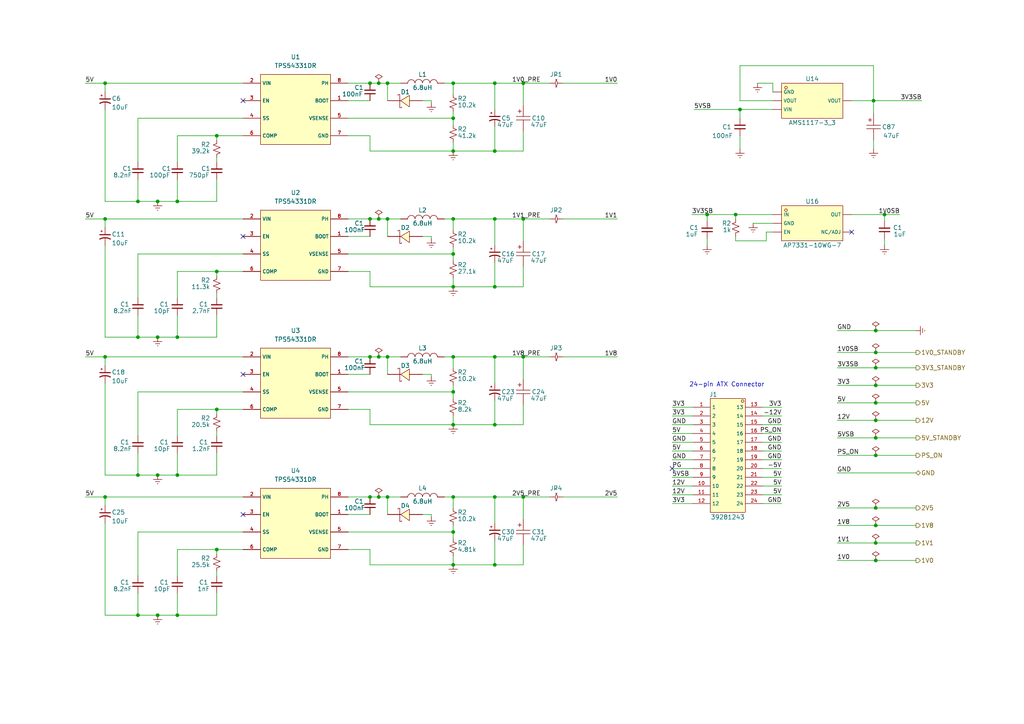
<source format=kicad_sch>
(kicad_sch (version 20230121) (generator eeschema)
  (paper "A4")
  (lib_symbols
    (symbol "24_Pin_Connector_Vertical:39281243"
      (property "Reference" "J" (at -4.826 14.224 0))
      (property "Value" "39281243" (at -0.254 -21.717 0))
      (symbol "39281243_0_1"
        (pin unspecified line (at 9.906 10.287 180) (length 5.08) (name "1") (number "1"))
        (pin unspecified line (at 9.906 -12.573 180) (length 5.08) (name "10") (number "10"))
        (pin unspecified line (at 9.906 -15.113 180) (length 5.08) (name "11") (number "11"))
        (pin unspecified line (at 9.906 -17.653 180) (length 5.08) (name "12") (number "12"))
        (pin unspecified line (at -10.414 10.287 0) (length 5.08) (name "13") (number "13"))
        (pin unspecified line (at -10.414 7.747 0) (length 5.08) (name "14") (number "14"))
        (pin unspecified line (at -10.414 5.207 0) (length 5.08) (name "15") (number "15"))
        (pin unspecified line (at -10.414 2.667 0) (length 5.08) (name "16") (number "16"))
        (pin unspecified line (at -10.414 0.127 0) (length 5.08) (name "17") (number "17"))
        (pin unspecified line (at -10.414 -2.413 0) (length 5.08) (name "18") (number "18"))
        (pin unspecified line (at -10.414 -4.953 0) (length 5.08) (name "19") (number "19"))
        (pin unspecified line (at 9.906 7.747 180) (length 5.08) (name "2") (number "2"))
        (pin unspecified line (at -10.414 -7.493 0) (length 5.08) (name "20") (number "20"))
        (pin unspecified line (at -10.414 -10.033 0) (length 5.08) (name "21") (number "21"))
        (pin unspecified line (at -10.414 -12.573 0) (length 5.08) (name "22") (number "22"))
        (pin unspecified line (at -10.414 -15.113 0) (length 5.08) (name "23") (number "23"))
        (pin unspecified line (at -10.414 -17.653 0) (length 5.08) (name "24") (number "24"))
        (pin unspecified line (at 9.906 5.207 180) (length 5.08) (name "3") (number "3"))
        (pin unspecified line (at 9.906 2.667 180) (length 5.08) (name "4") (number "4"))
        (pin unspecified line (at 9.906 0.127 180) (length 5.08) (name "5") (number "5"))
        (pin unspecified line (at 9.906 -2.413 180) (length 5.08) (name "6") (number "6"))
        (pin unspecified line (at 9.906 -4.953 180) (length 5.08) (name "7") (number "7"))
        (pin unspecified line (at 9.906 -7.493 180) (length 5.08) (name "8") (number "8"))
        (pin unspecified line (at 9.906 -10.033 180) (length 5.08) (name "9") (number "9"))
      )
    )
    (symbol "AMS1117-3.3:AMS1117-3_3" (pin_numbers hide)
      (property "Reference" "U" (at 0 6.35 0))
      (property "Value" "AMS1117-3_3" (at 0 -6.35 0))
      (symbol "AMS1117-3_3_0_1"
        (pin unspecified line (at -11.43 2.54 0) (length 2.54) (name "GND") (number "1"))
        (pin unspecified line (at -11.43 0 0) (length 2.54) (name "VOUT") (number "2"))
        (pin unspecified line (at -11.43 -2.54 0) (length 2.54) (name "VIN") (number "3"))
        (pin unspecified line (at 11.43 0 180) (length 2.54) (name "VOUT") (number "4"))
      )
    )
    (symbol "AP7331-10WG:AP7331-10WG-7" (pin_numbers hide)
      (property "Reference" "U" (at 0 6.35 0))
      (property "Value" "AP7331-10WG-7" (at 0 -6.35 0))
      (symbol "AP7331-10WG-7_0_1"
        (pin unspecified line (at -11.43 2.54 0) (length 2.54) (name "IN") (number "1"))
        (pin unspecified line (at -11.43 0 0) (length 2.54) (name "GND") (number "2"))
        (pin unspecified line (at -11.43 -2.54 0) (length 2.54) (name "EN") (number "3"))
        (pin unspecified line (at 11.43 -2.54 180) (length 2.54) (name "NC/ADJ") (number "4"))
        (pin unspecified line (at 11.43 2.54 180) (length 2.54) (name "OUT") (number "5"))
      )
    )
    (symbol "B540C-13-F:B540C-13-F" (pin_numbers hide) (pin_names hide)
      (property "Reference" "D" (at 0 2.921 0))
      (property "Value" "B540C-13-F" (at 0.762 -3.302 0))
      (symbol "B540C-13-F_0_1"
        (pin unspecified line (at -5.08 0 0) (length 3.81) (name "K") (number "1"))
        (pin unspecified line (at 5.08 0 180) (length 3.81) (name "A") (number "2"))
      )
    )
    (symbol "CAP_L6:35CE47AX" (pin_numbers hide) (pin_names hide)
      (property "Reference" "C" (at -3.302 -0.254 0))
      (property "Value" "35CE47AX" (at 0.762 -11.176 0))
      (symbol "35CE47AX_1_1"
        (pin passive line (at 0 2.54 270) (length 2.032) (name "~") (number "1"))
        (pin passive line (at 0 -2.54 90) (length 2.032) (name "~") (number "2"))
      )
    )
    (symbol "CAP_TANTAL_A:CA45-A-6_3V-47UF-K" (pin_numbers hide) (pin_names hide)
      (property "Reference" "C" (at 0 3.556 0))
      (property "Value" "CA45-A-6_3V-47UF-K" (at 1.016 -9.144 0))
      (symbol "CA45-A-6_3V-47UF-K_0_1"
        (pin input line (at 3.81 0 180) (length 2.54) (name "1") (number "1"))
        (pin input line (at -3.81 0 0) (length 2.54) (name "2") (number "2"))
      )
    )
    (symbol "Choke:SLO0650H6R8MTT" (pin_numbers hide) (pin_names hide)
      (property "Reference" "L" (at 0 1.27 0))
      (property "Value" "SLO0650H6R8MTT" (at 0 -2.54 0))
      (symbol "SLO0650H6R8MTT_1_1"
        (pin unspecified line (at -6.35 0 0) (length 2.032) (name "1") (number "1"))
        (pin unspecified line (at 6.35 0 180) (length 2.032) (name "2") (number "2"))
      )
    )
    (symbol "CustomJumper:CustomJumper" (pin_numbers hide) (pin_names hide)
      (property "Reference" "JP" (at 0 0 0))
      (symbol "CustomJumper_1_1"
        (pin passive line (at -1.905 -2.286 0) (length 1.016) (name "~") (number "1"))
        (pin passive line (at 2.032 -2.286 180) (length 1.016) (name "~") (number "2"))
      )
    )
    (symbol "Device:C_Small" (pin_numbers hide) (pin_names (offset 0.254) hide)
      (property "Reference" "C" (at 0.254 1.778 0))
      (property "Value" "C_Small" (at 0.254 -2.032 0))
      (symbol "C_Small_1_1"
        (pin passive line (at 0 2.54 270) (length 2.032) (name "~") (number "1"))
        (pin passive line (at 0 -2.54 90) (length 2.032) (name "~") (number "2"))
      )
    )
    (symbol "Device:R_Small_US" (pin_numbers hide) (pin_names (offset 0.254) hide)
      (property "Reference" "R" (at 0.762 0.508 0))
      (property "Value" "R_Small_US" (at 0.762 -1.016 0))
      (symbol "R_Small_US_1_1"
        (pin passive line (at 0 2.54 270) (length 1.016) (name "~") (number "1"))
        (pin passive line (at 0 -2.54 90) (length 1.016) (name "~") (number "2"))
      )
    )
    (symbol "TPS54331DR:TPS54331DR"
      (property "Reference" "U" (at 0 1.27 0))
      (property "Value" "TPS54331DR" (at 0 -2.54 0))
      (symbol "TPS54331DR_0_1"
        (pin unspecified line (at 15.24 2.54 180) (length 5.08) (name "BOOT") (number "1"))
        (pin power_in line (at -15.24 7.62 0) (length 5.08) (name "VIN") (number "2"))
        (pin unspecified line (at -15.24 2.54 0) (length 5.08) (name "EN") (number "3"))
        (pin unspecified line (at -15.24 -2.54 0) (length 5.08) (name "SS") (number "4"))
        (pin unspecified line (at 15.24 -2.54 180) (length 5.08) (name "VSENSE") (number "5"))
        (pin unspecified line (at -15.24 -7.62 0) (length 5.08) (name "COMP") (number "6"))
        (pin power_in line (at 15.24 -7.62 180) (length 5.08) (name "GND") (number "7"))
        (pin power_in line (at 15.24 7.62 180) (length 5.08) (name "PH") (number "8"))
      )
    )
    (symbol "power:GNDREF" (power) (pin_names (offset 0))
      (property "Value" "GNDREF" (at 0 -3.81 0))
      (symbol "GNDREF_1_1"
        (pin power_in line (at 0 0 270) (length 0) hide (name "GNDREF") (number "1"))
      )
    )
    (symbol "power:PWR_FLAG" (power) (pin_numbers hide) (pin_names (offset 0) hide)
      (property "Value" "PWR_FLAG" (at 0 3.81 0))
      (symbol "PWR_FLAG_0_0"
        (pin power_out line (at 0 0 90) (length 0) (name "pwr") (number "1"))
      )
    )
  )
  (junction (at 109.855 103.505))
  (junction (at 51.435 58.42))
  (junction (at 253.365 29.21))
  (junction (at 40.005 58.42))
  (junction (at 254 152.4))
  (junction (at 112.395 103.505))
  (junction (at 254 116.84))
  (junction (at 131.445 123.19))
  (junction (at 131.445 43.815))
  (junction (at 131.445 73.66))
  (junction (at 205.105 62.23))
  (junction (at 143.51 144.145))
  (junction (at 151.765 103.505))
  (junction (at 131.445 103.505))
  (junction (at 40.005 137.795))
  (junction (at 254 147.32))
  (junction (at 45.72 58.42))
  (junction (at 107.315 63.5))
  (junction (at 40.005 97.79))
  (junction (at 30.48 24.13))
  (junction (at 62.865 159.385))
  (junction (at 45.72 137.795))
  (junction (at 30.48 63.5))
  (junction (at 254 95.885))
  (junction (at 51.435 178.435))
  (junction (at 143.51 163.83))
  (junction (at 30.48 103.505))
  (junction (at 151.765 144.145))
  (junction (at 45.72 178.435))
  (junction (at 30.48 144.145))
  (junction (at 131.445 24.13))
  (junction (at 131.445 63.5))
  (junction (at 112.395 144.145))
  (junction (at 143.51 83.185))
  (junction (at 109.855 144.145))
  (junction (at 131.445 113.665))
  (junction (at 107.315 144.145))
  (junction (at 109.855 63.5))
  (junction (at 62.865 118.745))
  (junction (at 131.445 34.29))
  (junction (at 143.51 103.505))
  (junction (at 107.315 103.505))
  (junction (at 107.315 24.13))
  (junction (at 254 157.48))
  (junction (at 143.51 24.13))
  (junction (at 254 102.235))
  (junction (at 254 121.92))
  (junction (at 112.395 63.5))
  (junction (at 109.855 24.13))
  (junction (at 143.51 63.5))
  (junction (at 151.765 63.5))
  (junction (at 254 106.68))
  (junction (at 254 111.76))
  (junction (at 214.63 31.75))
  (junction (at 62.865 39.37))
  (junction (at 40.005 178.435))
  (junction (at 51.435 137.795))
  (junction (at 143.51 123.19))
  (junction (at 131.445 163.83))
  (junction (at 62.865 78.74))
  (junction (at 254 127))
  (junction (at 131.445 83.185))
  (junction (at 143.51 43.815))
  (junction (at 151.765 24.13))
  (junction (at 256.54 62.23))
  (junction (at 213.36 62.23))
  (junction (at 131.445 154.305))
  (junction (at 112.395 24.13))
  (junction (at 254 132.08))
  (junction (at 131.445 144.145))
  (junction (at 254 162.56))
  (junction (at 51.435 97.79))
  (junction (at 45.72 97.79))
  (no_connect (at 70.485 29.21))
  (no_connect (at 194.945 135.89))
  (no_connect (at 247.015 67.31))
  (no_connect (at 70.485 68.58))
  (no_connect (at 70.485 108.585))
  (no_connect (at 70.485 149.225))
  (wire (pts (xy 194.945 138.43) (xy 200.914 138.43)))
  (wire (pts (xy 51.435 58.42) (xy 51.435 52.07)))
  (wire (pts (xy 112.395 144.145) (xy 116.205 144.145)))
  (wire (pts (xy 143.51 63.5) (xy 143.51 71.12)))
  (wire (pts (xy 194.945 143.51) (xy 200.914 143.51)))
  (wire (pts (xy 62.865 160.655) (xy 62.865 159.385)))
  (wire (pts (xy 100.965 63.5) (xy 107.315 63.5)))
  (wire (pts (xy 253.365 29.21) (xy 253.365 33.02)))
  (wire (pts (xy 24.765 103.505) (xy 30.48 103.505)))
  (wire (pts (xy 226.695 133.35) (xy 221.234 133.35)))
  (wire (pts (xy 131.445 161.29) (xy 131.445 163.83)))
  (wire (pts (xy 109.855 103.505) (xy 112.395 103.505)))
  (wire (pts (xy 30.48 24.13) (xy 30.48 26.67)))
  (wire (pts (xy 194.945 135.89) (xy 200.914 135.89)))
  (wire (pts (xy 131.445 24.13) (xy 131.445 27.305)))
  (wire (pts (xy 226.695 140.97) (xy 221.234 140.97)))
  (wire (pts (xy 226.695 123.19) (xy 221.234 123.19)))
  (wire (pts (xy 131.445 43.815) (xy 143.51 43.815)))
  (wire (pts (xy 51.435 78.74) (xy 62.865 78.74)))
  (wire (pts (xy 125.095 149.225) (xy 125.095 149.86)))
  (wire (pts (xy 131.445 144.145) (xy 143.51 144.145)))
  (wire (pts (xy 45.72 178.435) (xy 51.435 178.435)))
  (wire (pts (xy 62.865 120.015) (xy 62.865 118.745)))
  (wire (pts (xy 30.48 137.795) (xy 40.005 137.795)))
  (wire (pts (xy 254 106.68) (xy 265.684 106.68)))
  (wire (pts (xy 100.965 149.225) (xy 107.315 149.225)))
  (wire (pts (xy 107.315 163.83) (xy 107.315 159.385)))
  (wire (pts (xy 214.63 29.21) (xy 224.155 29.21)))
  (wire (pts (xy 107.315 83.185) (xy 131.445 83.185)))
  (wire (pts (xy 40.005 52.07) (xy 40.005 58.42)))
  (wire (pts (xy 40.005 91.44) (xy 40.005 97.79)))
  (wire (pts (xy 107.315 43.815) (xy 107.315 39.37)))
  (wire (pts (xy 70.485 113.665) (xy 40.005 113.665)))
  (wire (pts (xy 143.51 163.83) (xy 151.765 163.83)))
  (wire (pts (xy 62.865 159.385) (xy 70.485 159.385)))
  (wire (pts (xy 51.435 137.795) (xy 62.865 137.795)))
  (wire (pts (xy 222.25 67.31) (xy 222.25 69.85)))
  (wire (pts (xy 214.63 39.37) (xy 214.63 43.18)))
  (wire (pts (xy 143.51 156.845) (xy 143.51 163.83)))
  (wire (pts (xy 201.295 31.75) (xy 214.63 31.75)))
  (wire (pts (xy 213.36 62.23) (xy 224.155 62.23)))
  (wire (pts (xy 30.48 71.12) (xy 30.48 97.79)))
  (wire (pts (xy 40.005 172.085) (xy 40.005 178.435)))
  (wire (pts (xy 24.765 144.145) (xy 30.48 144.145)))
  (wire (pts (xy 30.48 31.75) (xy 30.48 58.42)))
  (wire (pts (xy 131.445 71.755) (xy 131.445 73.66)))
  (wire (pts (xy 143.51 24.13) (xy 151.765 24.13)))
  (wire (pts (xy 45.72 97.79) (xy 51.435 97.79)))
  (wire (pts (xy 131.445 32.385) (xy 131.445 34.29)))
  (wire (pts (xy 30.48 24.13) (xy 70.485 24.13)))
  (wire (pts (xy 247.015 62.23) (xy 256.54 62.23)))
  (wire (pts (xy 131.445 63.5) (xy 131.445 66.675)))
  (wire (pts (xy 254 102.235) (xy 265.684 102.235)))
  (wire (pts (xy 242.824 106.68) (xy 254 106.68)))
  (wire (pts (xy 254 162.56) (xy 265.684 162.56)))
  (wire (pts (xy 30.48 63.5) (xy 70.485 63.5)))
  (wire (pts (xy 107.315 43.815) (xy 131.445 43.815)))
  (wire (pts (xy 131.445 123.19) (xy 143.51 123.19)))
  (wire (pts (xy 100.965 154.305) (xy 131.445 154.305)))
  (wire (pts (xy 62.865 86.36) (xy 62.865 85.09)))
  (wire (pts (xy 131.445 41.275) (xy 131.445 43.815)))
  (wire (pts (xy 107.315 83.185) (xy 107.315 78.74)))
  (wire (pts (xy 254 132.08) (xy 265.684 132.08)))
  (wire (pts (xy 242.824 127) (xy 254 127)))
  (wire (pts (xy 194.945 128.27) (xy 200.914 128.27)))
  (wire (pts (xy 163.322 63.5) (xy 179.07 63.5)))
  (wire (pts (xy 125.095 29.21) (xy 125.095 29.845)))
  (wire (pts (xy 194.945 125.73) (xy 200.914 125.73)))
  (wire (pts (xy 112.395 63.5) (xy 112.395 68.58)))
  (wire (pts (xy 30.48 144.145) (xy 30.48 146.685)))
  (wire (pts (xy 143.51 83.185) (xy 151.765 83.185)))
  (wire (pts (xy 242.824 116.84) (xy 254 116.84)))
  (wire (pts (xy 254 121.92) (xy 265.684 121.92)))
  (wire (pts (xy 62.865 39.37) (xy 70.485 39.37)))
  (wire (pts (xy 107.315 123.19) (xy 107.315 118.745)))
  (wire (pts (xy 151.765 77.47) (xy 151.765 83.185)))
  (wire (pts (xy 194.945 133.35) (xy 200.914 133.35)))
  (wire (pts (xy 224.155 31.75) (xy 214.63 31.75)))
  (wire (pts (xy 151.765 63.5) (xy 159.385 63.5)))
  (wire (pts (xy 100.965 68.58) (xy 107.315 68.58)))
  (wire (pts (xy 242.824 121.92) (xy 254 121.92)))
  (wire (pts (xy 100.965 34.29) (xy 131.445 34.29)))
  (wire (pts (xy 194.945 118.11) (xy 200.914 118.11)))
  (wire (pts (xy 125.095 108.585) (xy 125.095 109.22)))
  (wire (pts (xy 62.865 178.435) (xy 62.865 172.085)))
  (wire (pts (xy 51.435 46.99) (xy 51.435 39.37)))
  (wire (pts (xy 51.435 178.435) (xy 51.435 172.085)))
  (wire (pts (xy 205.105 62.23) (xy 213.36 62.23)))
  (wire (pts (xy 51.435 159.385) (xy 62.865 159.385)))
  (wire (pts (xy 24.765 63.5) (xy 30.48 63.5)))
  (wire (pts (xy 45.72 58.42) (xy 51.435 58.42)))
  (wire (pts (xy 143.51 43.815) (xy 151.765 43.815)))
  (wire (pts (xy 40.005 34.29) (xy 40.005 46.99)))
  (wire (pts (xy 128.905 63.5) (xy 131.445 63.5)))
  (wire (pts (xy 62.865 126.365) (xy 62.865 125.095)))
  (wire (pts (xy 224.155 26.67) (xy 224.155 24.13)))
  (wire (pts (xy 254 111.76) (xy 265.684 111.76)))
  (wire (pts (xy 107.315 118.745) (xy 100.965 118.745)))
  (wire (pts (xy 30.48 111.125) (xy 30.48 137.795)))
  (wire (pts (xy 131.445 152.4) (xy 131.445 154.305)))
  (wire (pts (xy 30.48 97.79) (xy 40.005 97.79)))
  (wire (pts (xy 226.695 120.65) (xy 221.234 120.65)))
  (wire (pts (xy 30.48 63.5) (xy 30.48 66.04)))
  (wire (pts (xy 40.005 73.66) (xy 40.005 86.36)))
  (wire (pts (xy 128.905 103.505) (xy 131.445 103.505)))
  (wire (pts (xy 109.855 24.13) (xy 112.395 24.13)))
  (wire (pts (xy 254 147.32) (xy 265.684 147.32)))
  (wire (pts (xy 30.48 58.42) (xy 40.005 58.42)))
  (wire (pts (xy 254 127) (xy 265.684 127)))
  (wire (pts (xy 40.005 58.42) (xy 45.72 58.42)))
  (wire (pts (xy 122.555 68.58) (xy 125.095 68.58)))
  (wire (pts (xy 62.865 58.42) (xy 62.865 52.07)))
  (wire (pts (xy 143.51 103.505) (xy 143.51 111.125)))
  (wire (pts (xy 151.765 63.5) (xy 151.765 69.85)))
  (wire (pts (xy 100.965 108.585) (xy 107.315 108.585)))
  (wire (pts (xy 62.865 118.745) (xy 70.485 118.745)))
  (wire (pts (xy 253.365 40.64) (xy 253.365 43.18)))
  (wire (pts (xy 151.765 24.13) (xy 151.765 30.48)))
  (wire (pts (xy 62.865 78.74) (xy 70.485 78.74)))
  (wire (pts (xy 100.965 29.21) (xy 107.315 29.21)))
  (wire (pts (xy 62.865 46.99) (xy 62.865 45.72)))
  (wire (pts (xy 125.095 68.58) (xy 125.095 69.215)))
  (wire (pts (xy 242.824 111.76) (xy 254 111.76)))
  (wire (pts (xy 131.445 34.29) (xy 131.445 36.195)))
  (wire (pts (xy 62.865 167.005) (xy 62.865 165.735)))
  (wire (pts (xy 143.51 76.2) (xy 143.51 83.185)))
  (wire (pts (xy 30.48 151.765) (xy 30.48 178.435)))
  (wire (pts (xy 194.945 120.65) (xy 200.914 120.65)))
  (wire (pts (xy 163.322 103.505) (xy 179.07 103.505)))
  (wire (pts (xy 51.435 137.795) (xy 51.435 131.445)))
  (wire (pts (xy 100.965 73.66) (xy 131.445 73.66)))
  (wire (pts (xy 163.322 144.145) (xy 179.07 144.145)))
  (wire (pts (xy 131.445 83.185) (xy 143.51 83.185)))
  (wire (pts (xy 122.555 29.21) (xy 125.095 29.21)))
  (wire (pts (xy 151.765 38.1) (xy 151.765 43.815)))
  (wire (pts (xy 107.315 63.5) (xy 109.855 63.5)))
  (wire (pts (xy 205.105 69.215) (xy 205.105 71.12)))
  (wire (pts (xy 131.445 24.13) (xy 143.51 24.13)))
  (wire (pts (xy 51.435 39.37) (xy 62.865 39.37)))
  (wire (pts (xy 151.765 144.145) (xy 159.385 144.145)))
  (wire (pts (xy 242.824 157.48) (xy 254 157.48)))
  (wire (pts (xy 242.824 162.56) (xy 254 162.56)))
  (wire (pts (xy 242.824 137.16) (xy 265.684 137.16)))
  (wire (pts (xy 107.315 159.385) (xy 100.965 159.385)))
  (wire (pts (xy 194.945 123.19) (xy 200.914 123.19)))
  (wire (pts (xy 247.015 29.21) (xy 253.365 29.21)))
  (wire (pts (xy 112.395 103.505) (xy 116.205 103.505)))
  (wire (pts (xy 62.865 137.795) (xy 62.865 131.445)))
  (wire (pts (xy 242.824 102.235) (xy 254 102.235)))
  (wire (pts (xy 45.72 137.795) (xy 51.435 137.795)))
  (wire (pts (xy 151.765 103.505) (xy 151.765 109.855)))
  (wire (pts (xy 51.435 97.79) (xy 51.435 91.44)))
  (wire (pts (xy 100.965 103.505) (xy 107.315 103.505)))
  (wire (pts (xy 253.365 29.21) (xy 253.365 19.05)))
  (wire (pts (xy 151.765 103.505) (xy 159.385 103.505)))
  (wire (pts (xy 40.005 113.665) (xy 40.005 126.365)))
  (wire (pts (xy 143.51 116.205) (xy 143.51 123.19)))
  (wire (pts (xy 109.855 144.145) (xy 112.395 144.145)))
  (wire (pts (xy 200.66 62.23) (xy 205.105 62.23)))
  (wire (pts (xy 62.865 80.01) (xy 62.865 78.74)))
  (wire (pts (xy 131.445 120.65) (xy 131.445 123.19)))
  (wire (pts (xy 151.765 158.115) (xy 151.765 163.83)))
  (wire (pts (xy 107.315 103.505) (xy 109.855 103.505)))
  (wire (pts (xy 40.005 131.445) (xy 40.005 137.795)))
  (wire (pts (xy 122.555 108.585) (xy 125.095 108.585)))
  (wire (pts (xy 226.695 128.27) (xy 221.234 128.27)))
  (wire (pts (xy 143.51 123.19) (xy 151.765 123.19)))
  (wire (pts (xy 131.445 80.645) (xy 131.445 83.185)))
  (wire (pts (xy 107.315 163.83) (xy 131.445 163.83)))
  (wire (pts (xy 226.695 130.81) (xy 221.234 130.81)))
  (wire (pts (xy 131.445 111.76) (xy 131.445 113.665)))
  (wire (pts (xy 112.395 103.505) (xy 112.395 108.585)))
  (wire (pts (xy 51.435 97.79) (xy 62.865 97.79)))
  (wire (pts (xy 219.71 24.13) (xy 224.155 24.13)))
  (wire (pts (xy 151.765 117.475) (xy 151.765 123.19)))
  (wire (pts (xy 143.51 36.83) (xy 143.51 43.815)))
  (wire (pts (xy 256.54 62.23) (xy 256.54 64.135)))
  (wire (pts (xy 253.365 29.21) (xy 267.335 29.21)))
  (wire (pts (xy 226.695 118.11) (xy 221.234 118.11)))
  (wire (pts (xy 254 116.84) (xy 265.684 116.84)))
  (wire (pts (xy 194.945 140.97) (xy 200.914 140.97)))
  (wire (pts (xy 226.695 138.43) (xy 221.234 138.43)))
  (wire (pts (xy 242.824 132.08) (xy 254 132.08)))
  (wire (pts (xy 131.445 103.505) (xy 143.51 103.505)))
  (wire (pts (xy 100.965 144.145) (xy 107.315 144.145)))
  (wire (pts (xy 30.48 144.145) (xy 70.485 144.145)))
  (wire (pts (xy 40.005 178.435) (xy 45.72 178.435)))
  (wire (pts (xy 122.555 149.225) (xy 125.095 149.225)))
  (wire (pts (xy 131.445 144.145) (xy 131.445 147.32)))
  (wire (pts (xy 222.25 69.85) (xy 213.36 69.85)))
  (wire (pts (xy 51.435 167.005) (xy 51.435 159.385)))
  (wire (pts (xy 51.435 178.435) (xy 62.865 178.435)))
  (wire (pts (xy 112.395 63.5) (xy 116.205 63.5)))
  (wire (pts (xy 100.965 24.13) (xy 107.315 24.13)))
  (wire (pts (xy 24.765 24.13) (xy 30.48 24.13)))
  (wire (pts (xy 128.905 24.13) (xy 131.445 24.13)))
  (wire (pts (xy 131.445 163.83) (xy 143.51 163.83)))
  (wire (pts (xy 254 152.4) (xy 265.684 152.4)))
  (wire (pts (xy 112.395 144.145) (xy 112.395 149.225)))
  (wire (pts (xy 107.315 78.74) (xy 100.965 78.74)))
  (wire (pts (xy 254 157.48) (xy 265.684 157.48)))
  (wire (pts (xy 242.824 147.32) (xy 254 147.32)))
  (wire (pts (xy 62.865 97.79) (xy 62.865 91.44)))
  (wire (pts (xy 224.155 67.31) (xy 222.25 67.31)))
  (wire (pts (xy 163.322 24.13) (xy 179.07 24.13)))
  (wire (pts (xy 242.824 95.885) (xy 254 95.885)))
  (wire (pts (xy 205.105 62.23) (xy 205.105 64.135)))
  (wire (pts (xy 107.315 39.37) (xy 100.965 39.37)))
  (wire (pts (xy 30.48 103.505) (xy 70.485 103.505)))
  (wire (pts (xy 226.695 125.73) (xy 221.234 125.73)))
  (wire (pts (xy 226.695 146.05) (xy 221.234 146.05)))
  (wire (pts (xy 51.435 58.42) (xy 62.865 58.42)))
  (wire (pts (xy 131.445 154.305) (xy 131.445 156.21)))
  (wire (pts (xy 62.865 40.64) (xy 62.865 39.37)))
  (wire (pts (xy 107.315 144.145) (xy 109.855 144.145)))
  (wire (pts (xy 107.315 123.19) (xy 131.445 123.19)))
  (wire (pts (xy 51.435 86.36) (xy 51.435 78.74)))
  (wire (pts (xy 100.965 113.665) (xy 131.445 113.665)))
  (wire (pts (xy 213.36 69.85) (xy 213.36 68.58)))
  (wire (pts (xy 253.365 19.05) (xy 214.63 19.05)))
  (wire (pts (xy 30.48 178.435) (xy 40.005 178.435)))
  (wire (pts (xy 213.36 62.23) (xy 213.36 63.5)))
  (wire (pts (xy 131.445 103.505) (xy 131.445 106.68)))
  (wire (pts (xy 131.445 73.66) (xy 131.445 75.565)))
  (wire (pts (xy 226.695 143.51) (xy 221.234 143.51)))
  (wire (pts (xy 194.945 146.05) (xy 200.914 146.05)))
  (wire (pts (xy 51.435 118.745) (xy 62.865 118.745)))
  (wire (pts (xy 70.485 73.66) (xy 40.005 73.66)))
  (wire (pts (xy 256.54 62.23) (xy 260.985 62.23)))
  (wire (pts (xy 143.51 63.5) (xy 151.765 63.5)))
  (wire (pts (xy 256.54 69.215) (xy 256.54 71.12)))
  (wire (pts (xy 40.005 154.305) (xy 40.005 167.005)))
  (wire (pts (xy 112.395 24.13) (xy 116.205 24.13)))
  (wire (pts (xy 30.48 103.505) (xy 30.48 106.045)))
  (wire (pts (xy 218.44 64.77) (xy 224.155 64.77)))
  (wire (pts (xy 70.485 154.305) (xy 40.005 154.305)))
  (wire (pts (xy 109.855 63.5) (xy 112.395 63.5)))
  (wire (pts (xy 143.51 103.505) (xy 151.765 103.505)))
  (wire (pts (xy 143.51 144.145) (xy 151.765 144.145)))
  (wire (pts (xy 254 95.885) (xy 265.684 95.885)))
  (wire (pts (xy 214.63 31.75) (xy 214.63 34.29)))
  (wire (pts (xy 112.395 24.13) (xy 112.395 29.21)))
  (wire (pts (xy 226.695 135.89) (xy 221.234 135.89)))
  (wire (pts (xy 70.485 34.29) (xy 40.005 34.29)))
  (wire (pts (xy 151.765 24.13) (xy 159.385 24.13)))
  (wire (pts (xy 131.445 63.5) (xy 143.51 63.5)))
  (wire (pts (xy 143.51 144.145) (xy 143.51 151.765)))
  (wire (pts (xy 51.435 126.365) (xy 51.435 118.745)))
  (wire (pts (xy 40.005 137.795) (xy 45.72 137.795)))
  (wire (pts (xy 194.945 130.81) (xy 200.914 130.81)))
  (wire (pts (xy 214.63 19.05) (xy 214.63 29.21)))
  (wire (pts (xy 40.005 97.79) (xy 45.72 97.79)))
  (wire (pts (xy 107.315 24.13) (xy 109.855 24.13)))
  (wire (pts (xy 143.51 24.13) (xy 143.51 31.75)))
  (wire (pts (xy 151.765 144.145) (xy 151.765 150.495)))
  (wire (pts (xy 128.905 144.145) (xy 131.445 144.145)))
  (wire (pts (xy 131.445 113.665) (xy 131.445 115.57)))
  (wire (pts (xy 242.824 152.4) (xy 254 152.4)))
  (text "24-pin ATX Connector" (at 199.898 112.395 0) (effects (font (size 1.27 1.27)) (justify left bottom)))
  (label "12V" (at 242.824 121.92 0))
  (label "5VSB" (at 201.295 31.75 0))
  (label "GND" (at 226.695 128.27 180))
  (label "5V" (at 194.945 130.81 0))
  (label "PS_ON" (at 226.695 125.73 180))
  (label "3V3SB" (at 242.824 106.68 0))
  (label "5V" (at 24.765 144.145 0))
  (label "12V" (at 194.945 143.51 0))
  (label "1V0_PRE" (at 156.845 24.13 180))
  (label "3V3SB" (at 200.66 62.23 0))
  (label "2V5" (at 179.07 144.145 180))
  (label "GND" (at 226.695 133.35 180))
  (label "1V0SB" (at 260.985 62.23 180))
  (label "-12V" (at 226.695 120.65 180))
  (label "GND" (at 242.824 95.885 0))
  (label "5VSB" (at 242.824 127 0))
  (label "GND" (at 194.945 133.35 0))
  (label "5V" (at 24.765 103.505 0))
  (label "PS_ON" (at 242.824 132.08 0))
  (label "3V3" (at 194.945 146.05 0))
  (label "1V8" (at 179.07 103.505 180))
  (label "1V8_PRE" (at 156.845 103.505 180))
  (label "5V" (at 226.695 140.97 180))
  (label "1V0" (at 179.07 24.13 180))
  (label "3V3" (at 194.945 118.11 0))
  (label "5V" (at 194.945 125.73 0))
  (label "GND" (at 194.945 123.19 0))
  (label "-5V" (at 226.695 135.89 180))
  (label "GND" (at 242.824 137.16 0))
  (label "GND" (at 226.695 130.81 180))
  (label "GND" (at 194.945 128.27 0))
  (label "GND" (at 226.695 146.05 180))
  (label "2V5_PRE" (at 156.845 144.145 180))
  (label "5V" (at 24.765 24.13 0))
  (label "2V5" (at 242.824 147.32 0))
  (label "GND" (at 226.695 123.19 180))
  (label "3V3" (at 242.824 111.76 0))
  (label "1V1" (at 242.824 157.48 0))
  (label "5V" (at 226.695 143.51 180))
  (label "1V8" (at 242.824 152.4 0))
  (label "3V3" (at 194.945 120.65 0))
  (label "1V0" (at 242.824 162.56 0))
  (label "1V1_PRE" (at 156.845 63.5 180))
  (label "5V" (at 226.695 138.43 180))
  (label "5VSB" (at 194.945 138.43 0))
  (label "3V3" (at 226.695 118.11 180))
  (label "5V" (at 242.824 116.84 0))
  (label "5V" (at 24.765 63.5 0))
  (label "12V" (at 194.945 140.97 0))
  (label "3V3SB" (at 267.335 29.21 180))
  (label "1V1" (at 179.07 63.5 180))
  (label "1V0SB" (at 242.824 102.235 0))
  (label "PG" (at 194.945 135.89 0))
  (hierarchical_label "2V5" (shape output) (at 265.684 147.32 0))
  (hierarchical_label "12V" (shape output) (at 265.684 121.92 0))
  (hierarchical_label "5V" (shape output) (at 265.684 116.84 0))
  (hierarchical_label "1V1" (shape output) (at 265.684 157.48 0))
  (hierarchical_label "1V8" (shape output) (at 265.684 152.4 0))
  (hierarchical_label "1V0_STANDBY" (shape output) (at 265.684 102.235 0))
  (hierarchical_label "3V3" (shape output) (at 265.684 111.76 0))
  (hierarchical_label "5V_STANDBY" (shape output) (at 265.684 127 0))
  (hierarchical_label "1V0" (shape output) (at 265.684 162.56 0))
  (hierarchical_label "PS_ON" (shape output) (at 265.684 132.08 0))
  (hierarchical_label "3V3_STANDBY" (shape output) (at 265.684 106.68 0))
  (hierarchical_label "GND" (shape bidirectional) (at 265.684 137.16 0))
  (symbol (lib_id "power:GNDREF") (at 125.095 29.845 0) (unit 1)
    (property "Reference" "#PWR014" (effects hide))
    (property "Value" "GNDREF" (effects hide))
  )
  (symbol (lib_id "AMS1117-3.3:AMS1117-3_3") (at 235.585 29.21 0) (unit 1)
    (property "Reference" "U14" (at 235.585 22.86 0))
    (property "Value" "AMS1117-3_3" (at 235.585 35.56 0))
    (property "Footprint" "AMS1117-3.3:AMS1117-3.3" (effects hide))
    (property "Datasheet" "https://item.szlcsc.com/410724.html" (effects hide))
    (property "LCSC" "C6186" (effects hide))
  )
  (symbol (lib_id "Device:C_Small") (at 62.865 49.53 0) (mirror x) (unit 1)
    (property "Reference" "C1" (at 59.69 48.895 0))
    (property "Value" "750pF" (at 57.785 50.8 0))
    (property "Footprint" "Capacitor_SMD:C_0603_1608Metric" (effects hide))
    (instances (project "Tangenta" (path "" (reference "C1") (unit 1)) (path "" (reference "C8") (unit 1))))
  )
  (symbol (lib_id "TPS54331DR:TPS54331DR") (at 85.725 71.12 0) (unit 1)
    (property "Reference" "U2" (at 85.725 55.88 0))
    (property "Value" "TPS54331DR" (at 85.725 58.42 0))
    (property "Footprint" "TPS54331DR:TPS54331DR" (effects hide))
    (property "Datasheet" "https://item.szlcsc.com/417287.html" (effects hide))
    (property "LCSC" "C9865" (effects hide))
  )
  (symbol (lib_id "power:PWR_FLAG") (at 254 152.4 0) (unit 1)
    (property "Reference" "#FLG014" (effects hide))
    (property "Value" "PWR_FLAG" (effects hide))
  )
  (symbol (lib_id "Device:C_Small") (at 51.435 88.9 0) (mirror x) (unit 1)
    (property "Reference" "C1" (at 47.625 88.265 0))
    (property "Value" "10pF" (at 46.99 90.17 0))
    (property "Footprint" "Capacitor_SMD:C_0603_1608Metric" (effects hide))
    (instances (project "Tangenta" (path "" (reference "C1") (unit 1)) (path "" (reference "C13") (unit 1))))
  )
  (symbol (lib_id "power:GNDREF") (at 125.095 149.86 0) (unit 1)
    (property "Reference" "#PWR024" (effects hide))
    (property "Value" "GNDREF" (effects hide))
  )
  (symbol (lib_id "power:GNDREF") (at 218.44 64.77 0) (unit 1)
    (property "Reference" "#PWR051" (effects hide))
    (property "Value" "GNDREF" (effects hide))
  )
  (symbol (lib_id "power:GNDREF") (at 131.445 163.83 0) (unit 1)
    (property "Reference" "#PWR025" (effects hide))
    (property "Value" "GNDREF" (effects hide))
  )
  (symbol (lib_id "power:PWR_FLAG") (at 254 102.235 0) (unit 1)
    (property "Reference" "#FLG02" (effects hide))
    (property "Value" "PWR_FLAG" (effects hide))
  )
  (symbol (lib_id "Choke:SLO0650H6R8MTT") (at 122.555 144.145 180) (unit 1)
    (property "Reference" "L4" (at 122.555 141.605 0))
    (property "Value" "6.8uH" (at 122.555 145.415 0))
    (property "Footprint" "Choke:Choke" (effects hide))
    (property "Datasheet" "https://item.szlcsc.com/193592.html" (effects hide))
    (property "LCSC" "C216165" (effects hide))
    (property "Inductance" "6.8uH" (effects hide))
  )
  (symbol (lib_id "CAP_L6:35CE47AX") (at 30.48 29.21 0) (unit 1)
    (property "Reference" "C6" (at 32.385 28.575 0) (effects (justify left)))
    (property "Value" "10uF" (at 32.385 31.115 0) (effects (justify left)))
    (property "Footprint" "CAP_L6:CAP_L6" (effects hide))
    (property "Datasheet" "https://atta.szlcsc.com/upload/public/pdf/source/20210422/EC1E536C9FD0A94CE1B32C3E1FF5D6BF.pdf" (effects hide))
    (property "LCSC" "C179808" (effects hide))
    (property "Capacitance" "47uF" (effects hide))
  )
  (symbol (lib_id "power:PWR_FLAG") (at 254 121.92 0) (unit 1)
    (property "Reference" "#FLG010" (effects hide))
    (property "Value" "PWR_FLAG" (effects hide))
  )
  (symbol (lib_id "power:PWR_FLAG") (at 254 116.84 0) (unit 1)
    (property "Reference" "#FLG04" (effects hide))
    (property "Value" "PWR_FLAG" (effects hide))
  )
  (symbol (lib_id "Device:R_Small_US") (at 62.865 43.18 0) (mirror y) (unit 1)
    (property "Reference" "R2" (at 60.96 41.91 0) (effects (justify left)))
    (property "Value" "39.2k" (at 60.96 43.815 0) (effects (justify left)))
    (property "Footprint" "Resistor_SMD:R_0603_1608Metric" (effects hide))
    (instances (project "Tangenta" (path "" (reference "R2") (unit 1)) (path "" (reference "R13") (unit 1))))
  )
  (symbol (lib_id "CAP_TANTAL_A:CA45-A-6_3V-47UF-K") (at 151.765 113.665 270) (mirror x) (unit 1)
    (property "Reference" "C24" (at 158.115 113.665 90) (effects (justify right)))
    (property "Value" "47uF" (at 158.75 115.57 90) (effects (justify right)))
    (property "Footprint" "CAP_TANTAL_A:CAP_TANTAL_A" (effects hide))
    (property "Datasheet" "https://item.szlcsc.com/2057730.html" (effects hide))
    (property "LCSC" "C129570" (effects hide))
    (property "Capacitance" "47uF" (effects hide))
  )
  (symbol (lib_id "Device:R_Small_US") (at 131.445 118.11 0) (unit 1)
    (property "Reference" "R2" (at 132.715 116.84 0) (effects (justify left)))
    (property "Value" "8.2k" (at 132.715 118.745 0) (effects (justify left)))
    (property "Footprint" "Resistor_SMD:R_0603_1608Metric" (effects hide))
    (instances (project "Tangenta" (path "" (reference "R2") (unit 1)) (path "" (reference "R19") (unit 1))))
  )
  (symbol (lib_id "power:PWR_FLAG") (at 109.855 24.13 0) (unit 1)
    (property "Reference" "#FLG05" (effects hide))
    (property "Value" "PWR_FLAG" (effects hide))
  )
  (symbol (lib_id "power:PWR_FLAG") (at 254 132.08 0) (unit 1)
    (property "Reference" "#FLG012" (effects hide))
    (property "Value" "PWR_FLAG" (effects hide))
  )
  (symbol (lib_id "Device:R_Small_US") (at 131.445 109.22 0) (unit 1)
    (property "Reference" "R2" (at 132.715 107.95 0) (effects (justify left)))
    (property "Value" "10.2k" (at 132.715 109.855 0) (effects (justify left)))
    (property "Footprint" "Resistor_SMD:R_0603_1608Metric" (effects hide))
    (instances (project "Tangenta" (path "" (reference "R2") (unit 1)) (path "" (reference "R18") (unit 1))))
  )
  (symbol (lib_id "CAP_TANTAL_A:CA45-A-6_3V-47UF-K") (at 151.765 34.29 270) (mirror x) (unit 1)
    (property "Reference" "C10" (at 158.115 34.29 90) (effects (justify right)))
    (property "Value" "47uF" (at 158.75 36.195 90) (effects (justify right)))
    (property "Footprint" "CAP_TANTAL_A:CAP_TANTAL_A" (effects hide))
    (property "Datasheet" "https://item.szlcsc.com/2057730.html" (effects hide))
    (property "LCSC" "C129570" (effects hide))
    (property "Capacitance" "47uF" (effects hide))
  )
  (symbol (lib_id "Device:C_Small") (at 51.435 49.53 0) (mirror x) (unit 1)
    (property "Reference" "C1" (at 48.26 48.895 0))
    (property "Value" "100pF" (at 46.355 50.8 0))
    (property "Footprint" "Capacitor_SMD:C_0603_1608Metric" (effects hide))
    (instances (project "Tangenta" (path "" (reference "C1") (unit 1)) (path "" (reference "C7") (unit 1))))
  )
  (symbol (lib_id "CAP_L6:35CE47AX") (at 30.48 108.585 0) (unit 1)
    (property "Reference" "C18" (at 32.385 107.95 0) (effects (justify left)))
    (property "Value" "10uF" (at 32.385 110.49 0) (effects (justify left)))
    (property "Footprint" "CAP_L6:CAP_L6" (effects hide))
    (property "Datasheet" "https://atta.szlcsc.com/upload/public/pdf/source/20210422/EC1E536C9FD0A94CE1B32C3E1FF5D6BF.pdf" (effects hide))
    (property "LCSC" "C179808" (effects hide))
    (property "Capacitance" "47uF" (effects hide))
  )
  (symbol (lib_id "power:PWR_FLAG") (at 109.855 63.5 0) (unit 1)
    (property "Reference" "#FLG06" (effects hide))
    (property "Value" "PWR_FLAG" (effects hide))
  )
  (symbol (lib_id "power:PWR_FLAG") (at 254 106.68 0) (unit 1)
    (property "Reference" "#FLG03" (effects hide))
    (property "Value" "PWR_FLAG" (effects hide))
  )
  (symbol (lib_id "Device:C_Small") (at 214.63 36.83 0) (mirror x) (unit 1)
    (property "Reference" "C1" (at 210.82 36.83 0))
    (property "Value" "100nF" (at 209.55 39.37 0))
    (property "Footprint" "Capacitor_SMD:C_0603_1608Metric" (effects hide))
    (instances (project "Tangenta" (path "" (reference "C1") (unit 1)) (path "" (reference "C88") (unit 1))))
  )
  (symbol (lib_id "power:GNDREF") (at 219.71 24.13 0) (unit 1)
    (property "Reference" "#PWR047" (effects hide))
    (property "Value" "GNDREF" (effects hide))
  )
  (symbol (lib_id "power:PWR_FLAG") (at 109.855 103.505 0) (unit 1)
    (property "Reference" "#FLG07" (effects hide))
    (property "Value" "PWR_FLAG" (effects hide))
  )
  (symbol (lib_id "TPS54331DR:TPS54331DR") (at 85.725 111.125 0) (unit 1)
    (property "Reference" "U3" (at 85.725 95.885 0))
    (property "Value" "TPS54331DR" (at 85.725 98.425 0))
    (property "Footprint" "TPS54331DR:TPS54331DR" (effects hide))
    (property "Datasheet" "https://item.szlcsc.com/417287.html" (effects hide))
    (property "LCSC" "C9865" (effects hide))
  )
  (symbol (lib_id "Device:C_Small") (at 62.865 88.9 0) (mirror x) (unit 1)
    (property "Reference" "C1" (at 59.055 88.265 0))
    (property "Value" "2.7nF" (at 58.42 90.17 0))
    (property "Footprint" "Capacitor_SMD:C_0603_1608Metric" (effects hide))
    (instances (project "Tangenta" (path "" (reference "C1") (unit 1)) (path "" (reference "C14") (unit 1))))
  )
  (symbol (lib_id "power:GNDREF") (at 205.105 71.12 0) (unit 1)
    (property "Reference" "#PWR052" (effects hide))
    (property "Value" "GNDREF" (effects hide))
  )
  (symbol (lib_id "Device:R_Small_US") (at 131.445 38.735 0) (unit 1)
    (property "Reference" "R2" (at 132.715 37.465 0) (effects (justify left)))
    (property "Value" "41.2k" (at 132.715 39.37 0) (effects (justify left)))
    (property "Footprint" "Resistor_SMD:R_0603_1608Metric" (effects hide))
    (instances (project "Tangenta" (path "" (reference "R2") (unit 1)) (path "" (reference "R12") (unit 1))))
  )
  (symbol (lib_id "CustomJumper:CustomJumper") (at 161.29 141.859 0) (unit 1)
    (property "Reference" "JP4" (at 161.29 141.605 0))
    (property "Value" "~" (at 161.29 141.859 0))
    (property "Footprint" "CustomJumper:R_0805_2012Metric" (effects hide))
  )
  (symbol (lib_id "Device:R_Small_US") (at 62.865 122.555 0) (mirror y) (unit 1)
    (property "Reference" "R2" (at 60.96 121.285 0) (effects (justify left)))
    (property "Value" "20.5k" (at 60.96 123.19 0) (effects (justify left)))
    (property "Footprint" "Resistor_SMD:R_0603_1608Metric" (effects hide))
    (instances (project "Tangenta" (path "" (reference "R2") (unit 1)) (path "" (reference "R17") (unit 1))))
  )
  (symbol (lib_id "CAP_L6:35CE47AX") (at 143.51 113.665 0) (unit 1)
    (property "Reference" "C23" (at 145.415 113.665 0) (effects (justify left)))
    (property "Value" "47uF" (at 144.145 115.57 0) (effects (justify left)))
    (property "Footprint" "CAP_L6:CAP_L6" (effects hide))
    (property "Datasheet" "https://atta.szlcsc.com/upload/public/pdf/source/20210422/EC1E536C9FD0A94CE1B32C3E1FF5D6BF.pdf" (effects hide))
    (property "LCSC" "C179808" (effects hide))
    (property "Capacitance" "47uF" (effects hide))
  )
  (symbol (lib_id "Device:R_Small_US") (at 131.445 78.105 0) (unit 1)
    (property "Reference" "R2" (at 132.715 76.835 0) (effects (justify left)))
    (property "Value" "27.1k" (at 132.715 78.74 0) (effects (justify left)))
    (property "Footprint" "Resistor_SMD:R_0603_1608Metric" (effects hide))
    (instances (project "Tangenta" (path "" (reference "R2") (unit 1)) (path "" (reference "R16") (unit 1))))
  )
  (symbol (lib_id "CustomJumper:CustomJumper") (at 161.29 101.219 0) (unit 1)
    (property "Reference" "JP3" (at 161.29 100.965 0))
    (property "Value" "~" (at 161.29 101.219 0))
    (property "Footprint" "CustomJumper:R_0805_2012Metric" (effects hide))
  )
  (symbol (lib_id "power:GNDREF") (at 45.72 137.795 0) (unit 1)
    (property "Reference" "#PWR020" (effects hide))
    (property "Value" "GNDREF" (effects hide))
  )
  (symbol (lib_id "Device:C_Small") (at 107.315 146.685 180) (unit 1)
    (property "Reference" "C1" (at 104.14 145.415 0))
    (property "Value" "100nF" (at 102.87 147.32 0))
    (property "Footprint" "Capacitor_SMD:C_0603_1608Metric" (effects hide))
    (instances (project "Tangenta" (path "" (reference "C1") (unit 1)) (path "" (reference "C29") (unit 1))))
  )
  (symbol (lib_id "Device:C_Small") (at 107.315 66.04 180) (unit 1)
    (property "Reference" "C1" (at 104.14 64.77 0))
    (property "Value" "100nF" (at 102.87 66.675 0))
    (property "Footprint" "Capacitor_SMD:C_0603_1608Metric" (effects hide))
    (instances (project "Tangenta" (path "" (reference "C1") (unit 1)) (path "" (reference "C15") (unit 1))))
  )
  (symbol (lib_id "Choke:SLO0650H6R8MTT") (at 122.555 24.13 180) (unit 1)
    (property "Reference" "L1" (at 122.555 21.59 0))
    (property "Value" "6.8uH" (at 122.555 25.4 0))
    (property "Footprint" "Choke:Choke" (effects hide))
    (property "Datasheet" "https://item.szlcsc.com/193592.html" (effects hide))
    (property "LCSC" "C216165" (effects hide))
    (property "Inductance" "6.8uH" (effects hide))
  )
  (symbol (lib_id "power:GNDREF") (at 253.365 43.18 0) (unit 1)
    (property "Reference" "#PWR048" (effects hide))
    (property "Value" "GNDREF" (effects hide))
  )
  (symbol (lib_id "power:GNDREF") (at 214.63 43.18 0) (unit 1)
    (property "Reference" "#PWR049" (effects hide))
    (property "Value" "GNDREF" (effects hide))
  )
  (symbol (lib_id "Choke:SLO0650H6R8MTT") (at 122.555 63.5 180) (unit 1)
    (property "Reference" "L2" (at 122.555 60.96 0))
    (property "Value" "6.8uH" (at 122.555 64.77 0))
    (property "Footprint" "Choke:Choke" (effects hide))
    (property "Datasheet" "https://item.szlcsc.com/193592.html" (effects hide))
    (property "LCSC" "C216165" (effects hide))
    (property "Inductance" "6.8uH" (effects hide))
  )
  (symbol (lib_id "Device:C_Small") (at 40.005 128.905 180) (unit 1)
    (property "Reference" "C1" (at 36.195 128.27 0))
    (property "Value" "8.2nF" (at 35.56 130.175 0))
    (property "Footprint" "Capacitor_SMD:C_0603_1608Metric" (effects hide))
    (instances (project "Tangenta" (path "" (reference "C1") (unit 1)) (path "" (reference "C19") (unit 1))))
  )
  (symbol (lib_id "power:PWR_FLAG") (at 109.855 144.145 0) (unit 1)
    (property "Reference" "#FLG08" (effects hide))
    (property "Value" "PWR_FLAG" (effects hide))
  )
  (symbol (lib_id "CAP_TANTAL_A:CA45-A-6_3V-47UF-K") (at 253.365 36.83 270) (mirror x) (unit 1)
    (property "Reference" "C87" (at 259.715 36.83 90) (effects (justify right)))
    (property "Value" "47uF" (at 260.985 39.37 90) (effects (justify right)))
    (property "Footprint" "CAP_TANTAL_A:CAP_TANTAL_A" (effects hide))
    (property "Datasheet" "https://item.szlcsc.com/2057730.html" (effects hide))
    (property "LCSC" "C129570" (effects hide))
    (property "Capacitance" "47uF" (effects hide))
  )
  (symbol (lib_id "power:GNDREF") (at 131.445 83.185 0) (unit 1)
    (property "Reference" "#PWR019" (effects hide))
    (property "Value" "GNDREF" (effects hide))
  )
  (symbol (lib_id "B540C-13-F:B540C-13-F") (at 117.475 108.585 0) (unit 1)
    (property "Reference" "D3" (at 116.205 106.045 0) (effects (justify left)))
    (property "Value" "B540C-13-F" (effects hide))
    (property "Footprint" "B540C-13-F:B540C-13-F" (effects hide))
    (property "Datasheet" "https://atta.szlcsc.com/upload/public/pdf/source/20171123/C142386_15114110358681137724.PDF" (effects hide))
    (property "LCSC" "C72264" (effects hide))
  )
  (symbol (lib_id "Device:R_Small_US") (at 131.445 69.215 0) (unit 1)
    (property "Reference" "R2" (at 132.715 67.945 0) (effects (justify left)))
    (property "Value" "10.2k" (at 132.715 69.85 0) (effects (justify left)))
    (property "Footprint" "Resistor_SMD:R_0603_1608Metric" (effects hide))
    (instances (project "Tangenta" (path "" (reference "R2") (unit 1)) (path "" (reference "R15") (unit 1))))
  )
  (symbol (lib_id "CAP_L6:35CE47AX") (at 30.48 149.225 0) (unit 1)
    (property "Reference" "C25" (at 32.385 148.59 0) (effects (justify left)))
    (property "Value" "10uF" (at 32.385 151.13 0) (effects (justify left)))
    (property "Footprint" "CAP_L6:CAP_L6" (effects hide))
    (property "Datasheet" "https://atta.szlcsc.com/upload/public/pdf/source/20210422/EC1E536C9FD0A94CE1B32C3E1FF5D6BF.pdf" (effects hide))
    (property "LCSC" "C179808" (effects hide))
    (property "Capacitance" "47uF" (effects hide))
  )
  (symbol (lib_id "TPS54331DR:TPS54331DR") (at 85.725 151.765 0) (unit 1)
    (property "Reference" "U4" (at 85.725 136.525 0))
    (property "Value" "TPS54331DR" (at 85.725 139.065 0))
    (property "Footprint" "TPS54331DR:TPS54331DR" (effects hide))
    (property "Datasheet" "https://item.szlcsc.com/417287.html" (effects hide))
    (property "LCSC" "C9865" (effects hide))
  )
  (symbol (lib_id "power:PWR_FLAG") (at 254 147.32 0) (unit 1)
    (property "Reference" "#FLG013" (effects hide))
    (property "Value" "PWR_FLAG" (effects hide))
  )
  (symbol (lib_id "power:GNDREF") (at 131.445 123.19 0) (unit 1)
    (property "Reference" "#PWR022" (effects hide))
    (property "Value" "GNDREF" (effects hide))
  )
  (symbol (lib_id "Device:C_Small") (at 62.865 128.905 0) (mirror x) (unit 1)
    (property "Reference" "C1" (at 59.055 128.27 0))
    (property "Value" "1.2nF" (at 58.42 130.175 0))
    (property "Footprint" "Capacitor_SMD:C_0603_1608Metric" (effects hide))
    (instances (project "Tangenta" (path "" (reference "C1") (unit 1)) (path "" (reference "C21") (unit 1))))
  )
  (symbol (lib_id "power:GNDREF") (at 125.095 69.215 0) (unit 1)
    (property "Reference" "#PWR018" (effects hide))
    (property "Value" "GNDREF" (effects hide))
  )
  (symbol (lib_id "Device:C_Small") (at 40.005 49.53 180) (unit 1)
    (property "Reference" "C1" (at 36.83 48.895 0))
    (property "Value" "8.2nF" (at 35.56 50.8 0))
    (property "Footprint" "Capacitor_SMD:C_0603_1608Metric" (effects hide))
    (instances (project "Tangenta" (path "" (reference "C1") (unit 1)) (path "" (reference "C9") (unit 1))))
  )
  (symbol (lib_id "power:PWR_FLAG") (at 254 95.885 0) (unit 1)
    (property "Reference" "#FLG01" (effects hide))
    (property "Value" "PWR_FLAG" (effects hide))
  )
  (symbol (lib_id "Device:R_Small_US") (at 131.445 29.845 0) (unit 1)
    (property "Reference" "R2" (at 132.715 28.575 0) (effects (justify left)))
    (property "Value" "10.2k" (at 132.715 30.48 0) (effects (justify left)))
    (property "Footprint" "Resistor_SMD:R_0603_1608Metric" (effects hide))
    (instances (project "Tangenta" (path "" (reference "R2") (unit 1)) (path "" (reference "R11") (unit 1))))
  )
  (symbol (lib_id "power:GNDREF") (at 45.72 58.42 0) (unit 1)
    (property "Reference" "#PWR016" (effects hide))
    (property "Value" "GNDREF" (effects hide))
  )
  (symbol (lib_id "Device:R_Small_US") (at 131.445 149.86 0) (unit 1)
    (property "Reference" "R2" (at 132.715 148.59 0) (effects (justify left)))
    (property "Value" "10.2k" (at 132.715 150.495 0) (effects (justify left)))
    (property "Footprint" "Resistor_SMD:R_0603_1608Metric" (effects hide))
    (instances (project "Tangenta" (path "" (reference "R2") (unit 1)) (path "" (reference "R21") (unit 1))))
  )
  (symbol (lib_id "power:GNDREF") (at 265.684 95.885 90) (unit 1)
    (property "Reference" "#PWR013" (effects hide))
    (property "Value" "GNDREF" (effects hide))
  )
  (symbol (lib_id "power:PWR_FLAG") (at 254 162.56 0) (unit 1)
    (property "Reference" "#FLG016" (effects hide))
    (property "Value" "PWR_FLAG" (effects hide))
  )
  (symbol (lib_id "Device:C_Small") (at 256.54 66.675 180) (unit 1)
    (property "Reference" "C1" (at 260.35 66.04 0))
    (property "Value" "1uF" (at 260.985 67.945 0))
    (property "Footprint" "Capacitor_SMD:C_0603_1608Metric" (effects hide))
    (instances (project "Tangenta" (path "" (reference "C1") (unit 1)) (path "" (reference "C91") (unit 1))))
  )
  (symbol (lib_id "power:GNDREF") (at 131.445 43.815 0) (unit 1)
    (property "Reference" "#PWR015" (effects hide))
    (property "Value" "GNDREF" (effects hide))
  )
  (symbol (lib_id "Device:C_Small") (at 107.315 106.045 180) (unit 1)
    (property "Reference" "C1" (at 104.14 104.775 0))
    (property "Value" "100nF" (at 102.87 106.68 0))
    (property "Footprint" "Capacitor_SMD:C_0603_1608Metric" (effects hide))
    (instances (project "Tangenta" (path "" (reference "C1") (unit 1)) (path "" (reference "C22") (unit 1))))
  )
  (symbol (lib_id "24_Pin_Connector_Vertical:39281243") (at 210.82 128.397 0) (mirror y) (unit 1)
    (property "Reference" "J1" (at 206.883 114.427 0))
    (property "Value" "39281243" (at 211.074 149.987 0))
    (property "Footprint" "24_Pin_Connector_Vertical:24_Pin_Connector_Vertical" (effects hide))
    (property "Datasheet" "https://item.szlcsc.com/115327.html" (effects hide))
    (property "LCSC" "C114088" (effects hide))
  )
  (symbol (lib_id "power:GNDREF") (at 45.72 97.79 0) (unit 1)
    (property "Reference" "#PWR017" (effects hide))
    (property "Value" "GNDREF" (effects hide))
  )
  (symbol (lib_id "CAP_TANTAL_A:CA45-A-6_3V-47UF-K") (at 151.765 73.66 270) (mirror x) (unit 1)
    (property "Reference" "C17" (at 158.115 73.66 90) (effects (justify right)))
    (property "Value" "47uF" (at 158.75 75.565 90) (effects (justify right)))
    (property "Footprint" "CAP_TANTAL_A:CAP_TANTAL_A" (effects hide))
    (property "Datasheet" "https://item.szlcsc.com/2057730.html" (effects hide))
    (property "LCSC" "C129570" (effects hide))
    (property "Capacitance" "47uF" (effects hide))
  )
  (symbol (lib_id "Device:C_Small") (at 51.435 128.905 0) (mirror x) (unit 1)
    (property "Reference" "C1" (at 47.625 128.27 0))
    (property "Value" "10pF" (at 46.99 130.175 0))
    (property "Footprint" "Capacitor_SMD:C_0603_1608Metric" (effects hide))
    (instances (project "Tangenta" (path "" (reference "C1") (unit 1)) (path "" (reference "C20") (unit 1))))
  )
  (symbol (lib_id "power:PWR_FLAG") (at 254 157.48 0) (unit 1)
    (property "Reference" "#FLG015" (effects hide))
    (property "Value" "PWR_FLAG" (effects hide))
  )
  (symbol (lib_id "CAP_L6:35CE47AX") (at 143.51 154.305 0) (unit 1)
    (property "Reference" "C30" (at 145.415 154.305 0) (effects (justify left)))
    (property "Value" "47uF" (at 144.145 156.21 0) (effects (justify left)))
    (property "Footprint" "CAP_L6:CAP_L6" (effects hide))
    (property "Datasheet" "https://atta.szlcsc.com/upload/public/pdf/source/20210422/EC1E536C9FD0A94CE1B32C3E1FF5D6BF.pdf" (effects hide))
    (property "LCSC" "C179808" (effects hide))
    (property "Capacitance" "47uF" (effects hide))
  )
  (symbol (lib_id "B540C-13-F:B540C-13-F") (at 117.475 68.58 0) (unit 1)
    (property "Reference" "D2" (at 116.205 66.04 0) (effects (justify left)))
    (property "Value" "B540C-13-F" (effects hide))
    (property "Footprint" "B540C-13-F:B540C-13-F" (effects hide))
    (property "Datasheet" "https://atta.szlcsc.com/upload/public/pdf/source/20171123/C142386_15114110358681137724.PDF" (effects hide))
    (property "LCSC" "C72264" (effects hide))
  )
  (symbol (lib_id "power:PWR_FLAG") (at 254 111.76 0) (unit 1)
    (property "Reference" "#FLG09" (effects hide))
    (property "Value" "PWR_FLAG" (effects hide))
  )
  (symbol (lib_id "Device:C_Small") (at 40.005 169.545 180) (unit 1)
    (property "Reference" "C1" (at 36.195 168.91 0))
    (property "Value" "8.2nF" (at 35.56 170.815 0))
    (property "Footprint" "Capacitor_SMD:C_0603_1608Metric" (effects hide))
    (instances (project "Tangenta" (path "" (reference "C1") (unit 1)) (path "" (reference "C26") (unit 1))))
  )
  (symbol (lib_id "Device:C_Small") (at 107.315 26.67 180) (unit 1)
    (property "Reference" "C1" (at 104.14 25.4 0))
    (property "Value" "100nF" (at 102.235 27.305 0))
    (property "Footprint" "Capacitor_SMD:C_0603_1608Metric" (effects hide))
    (instances (project "Tangenta" (path "" (reference "C1") (unit 1)) (path "" (reference "C2") (unit 1))))
  )
  (symbol (lib_id "power:GNDREF") (at 125.095 109.22 0) (unit 1)
    (property "Reference" "#PWR021" (effects hide))
    (property "Value" "GNDREF" (effects hide))
  )
  (symbol (lib_id "CustomJumper:CustomJumper") (at 161.29 21.844 0) (unit 1)
    (property "Reference" "JP1" (at 161.29 21.59 0))
    (property "Value" "~" (at 161.29 21.844 0))
    (property "Footprint" "CustomJumper:R_0805_2012Metric" (effects hide))
  )
  (symbol (lib_id "B540C-13-F:B540C-13-F") (at 117.475 149.225 0) (unit 1)
    (property "Reference" "D4" (at 116.205 146.685 0) (effects (justify left)))
    (property "Value" "B540C-13-F" (effects hide))
    (property "Footprint" "B540C-13-F:B540C-13-F" (effects hide))
    (property "Datasheet" "https://atta.szlcsc.com/upload/public/pdf/source/20171123/C142386_15114110358681137724.PDF" (effects hide))
    (property "LCSC" "C72264" (effects hide))
  )
  (symbol (lib_id "B540C-13-F:B540C-13-F") (at 117.475 29.21 0) (unit 1)
    (property "Reference" "D1" (at 116.205 26.67 0) (effects (justify left)))
    (property "Value" "B540C-13-F" (effects hide))
    (property "Footprint" "B540C-13-F:B540C-13-F" (effects hide))
    (property "Datasheet" "https://atta.szlcsc.com/upload/public/pdf/source/20171123/C142386_15114110358681137724.PDF" (effects hide))
    (property "LCSC" "C72264" (effects hide))
  )
  (symbol (lib_id "Device:R_Small_US") (at 62.865 82.55 0) (mirror y) (unit 1)
    (property "Reference" "R2" (at 60.96 81.28 0) (effects (justify left)))
    (property "Value" "11.3k" (at 60.96 83.185 0) (effects (justify left)))
    (property "Footprint" "Resistor_SMD:R_0603_1608Metric" (effects hide))
    (instances (project "Tangenta" (path "" (reference "R2") (unit 1)) (path "" (reference "R14") (unit 1))))
  )
  (symbol (lib_id "Device:R_Small_US") (at 62.865 163.195 0) (mirror y) (unit 1)
    (property "Reference" "R2" (at 60.96 161.925 0) (effects (justify left)))
    (property "Value" "25.5k" (at 60.96 163.83 0) (effects (justify left)))
    (property "Footprint" "Resistor_SMD:R_0603_1608Metric" (effects hide))
    (instances (project "Tangenta" (path "" (reference "R2") (unit 1)) (path "" (reference "R20") (unit 1))))
  )
  (symbol (lib_id "CAP_L6:35CE47AX") (at 143.51 73.66 0) (unit 1)
    (property "Reference" "C16" (at 145.415 73.66 0) (effects (justify left)))
    (property "Value" "47uF" (at 144.145 75.565 0) (effects (justify left)))
    (property "Footprint" "CAP_L6:CAP_L6" (effects hide))
    (property "Datasheet" "https://atta.szlcsc.com/upload/public/pdf/source/20210422/EC1E536C9FD0A94CE1B32C3E1FF5D6BF.pdf" (effects hide))
    (property "LCSC" "C179808" (effects hide))
    (property "Capacitance" "47uF" (effects hide))
  )
  (symbol (lib_id "CAP_L6:35CE47AX") (at 143.51 34.29 0) (unit 1)
    (property "Reference" "C5" (at 145.415 34.29 0) (effects (justify left)))
    (property "Value" "47uF" (at 144.145 36.195 0) (effects (justify left)))
    (property "Footprint" "CAP_L6:CAP_L6" (effects hide))
    (property "Datasheet" "https://atta.szlcsc.com/upload/public/pdf/source/20210422/EC1E536C9FD0A94CE1B32C3E1FF5D6BF.pdf" (effects hide))
    (property "LCSC" "C179808" (effects hide))
    (property "Capacitance" "47uF" (effects hide))
  )
  (symbol (lib_id "Device:C_Small") (at 205.105 66.675 0) (mirror x) (unit 1)
    (property "Reference" "C1" (at 201.295 66.04 0))
    (property "Value" "1uF" (at 200.66 67.945 0))
    (property "Footprint" "Capacitor_SMD:C_0603_1608Metric" (effects hide))
    (instances (project "Tangenta" (path "" (reference "C1") (unit 1)) (path "" (reference "C90") (unit 1))))
  )
  (symbol (lib_id "power:PWR_FLAG") (at 254 127 0) (unit 1)
    (property "Reference" "#FLG011" (effects hide))
    (property "Value" "PWR_FLAG" (effects hide))
  )
  (symbol (lib_id "Device:C_Small") (at 40.005 88.9 180) (unit 1)
    (property "Reference" "C1" (at 36.195 88.265 0))
    (property "Value" "8.2nF" (at 35.56 90.17 0))
    (property "Footprint" "Capacitor_SMD:C_0603_1608Metric" (effects hide))
    (instances (project "Tangenta" (path "" (reference "C1") (unit 1)) (path "" (reference "C12") (unit 1))))
  )
  (symbol (lib_id "Choke:SLO0650H6R8MTT") (at 122.555 103.505 180) (unit 1)
    (property "Reference" "L3" (at 122.555 100.965 0))
    (property "Value" "6.8uH" (at 122.555 104.775 0))
    (property "Footprint" "Choke:Choke" (effects hide))
    (property "Datasheet" "https://item.szlcsc.com/193592.html" (effects hide))
    (property "LCSC" "C216165" (effects hide))
    (property "Inductance" "6.8uH" (effects hide))
  )
  (symbol (lib_id "power:GNDREF") (at 45.72 178.435 0) (unit 1)
    (property "Reference" "#PWR023" (effects hide))
    (property "Value" "GNDREF" (effects hide))
  )
  (symbol (lib_id "Device:R_Small_US") (at 131.445 158.75 0) (unit 1)
    (property "Reference" "R2" (at 132.715 157.48 0) (effects (justify left)))
    (property "Value" "4.81k" (at 132.715 159.385 0) (effects (justify left)))
    (property "Footprint" "Resistor_SMD:R_0603_1608Metric" (effects hide))
    (instances (project "Tangenta" (path "" (reference "R2") (unit 1)) (path "" (reference "R22") (unit 1))))
  )
  (symbol (lib_id "power:GNDREF") (at 256.54 71.12 0) (unit 1)
    (property "Reference" "#PWR053" (effects hide))
    (property "Value" "GNDREF" (effects hide))
  )
  (symbol (lib_id "AP7331-10WG:AP7331-10WG-7") (at 235.585 64.77 0) (unit 1)
    (property "Reference" "U16" (at 235.585 58.42 0))
    (property "Value" "AP7331-10WG-7" (at 235.585 71.12 0))
    (property "Footprint" "AP7331-10WG:AP7331-10WG.kicad_sym" (effects hide))
    (property "Datasheet" "https://item.szlcsc.com/464949.html" (effects hide))
    (property "LCSC" "C460375" (effects hide))
  )
  (symbol (lib_id "CAP_L6:35CE47AX") (at 30.48 68.58 0) (unit 1)
    (property "Reference" "C11" (at 32.385 67.945 0) (effects (justify left)))
    (property "Value" "10uF" (at 32.385 70.485 0) (effects (justify left)))
    (property "Footprint" "CAP_L6:CAP_L6" (effects hide))
    (property "Datasheet" "https://atta.szlcsc.com/upload/public/pdf/source/20210422/EC1E536C9FD0A94CE1B32C3E1FF5D6BF.pdf" (effects hide))
    (property "LCSC" "C179808" (effects hide))
    (property "Capacitance" "47uF" (effects hide))
  )
  (symbol (lib_id "TPS54331DR:TPS54331DR") (at 85.725 31.75 0) (unit 1)
    (property "Reference" "U1" (at 85.725 16.51 0))
    (property "Value" "TPS54331DR" (at 85.725 19.05 0))
    (property "Footprint" "TPS54331DR:TPS54331DR" (effects hide))
    (property "Datasheet" "https://item.szlcsc.com/417287.html" (effects hide))
    (property "LCSC" "C9865" (effects hide))
  )
  (symbol (lib_id "CAP_TANTAL_A:CA45-A-6_3V-47UF-K") (at 151.765 154.305 270) (mirror x) (unit 1)
    (property "Reference" "C31" (at 158.115 154.305 90) (effects (justify right)))
    (property "Value" "47uF" (at 158.75 156.21 90) (effects (justify right)))
    (property "Footprint" "CAP_TANTAL_A:CAP_TANTAL_A" (effects hide))
    (property "Datasheet" "https://item.szlcsc.com/2057730.html" (effects hide))
    (property "LCSC" "C129570" (effects hide))
    (property "Capacitance" "47uF" (effects hide))
  )
  (symbol (lib_id "Device:C_Small") (at 62.865 169.545 0) (mirror x) (unit 1)
    (property "Reference" "C1" (at 59.055 168.91 0))
    (property "Value" "1nF" (at 59.055 170.815 0))
    (property "Footprint" "Capacitor_SMD:C_0603_1608Metric" (effects hide))
    (instances (project "Tangenta" (path "" (reference "C1") (unit 1)) (path "" (reference "C28") (unit 1))))
  )
  (symbol (lib_id "Device:C_Small") (at 51.435 169.545 0) (mirror x) (unit 1)
    (property "Reference" "C1" (at 47.625 168.91 0))
    (property "Value" "10pF" (at 46.99 170.815 0))
    (property "Footprint" "Capacitor_SMD:C_0603_1608Metric" (effects hide))
    (instances (project "Tangenta" (path "" (reference "C1") (unit 1)) (path "" (reference "C27") (unit 1))))
  )
  (symbol (lib_id "Device:R_Small_US") (at 213.36 66.04 0) (mirror y) (unit 1)
    (property "Reference" "R2" (at 212.09 64.77 0) (effects (justify left)))
    (property "Value" "1k" (at 212.09 66.675 0) (effects (justify left)))
    (property "Footprint" "Resistor_SMD:R_0603_1608Metric" (effects hide))
    (instances (project "Tangenta" (path "" (reference "R2") (unit 1)) (path "" (reference "R53") (unit 1))))
  )
  (symbol (lib_id "CustomJumper:CustomJumper") (at 161.29 61.214 0) (unit 1)
    (property "Reference" "JP2" (at 161.29 60.96 0))
    (property "Value" "~" (at 161.29 61.214 0))
    (property "Footprint" "CustomJumper:R_0805_2012Metric" (effects hide))
  )
)
</source>
